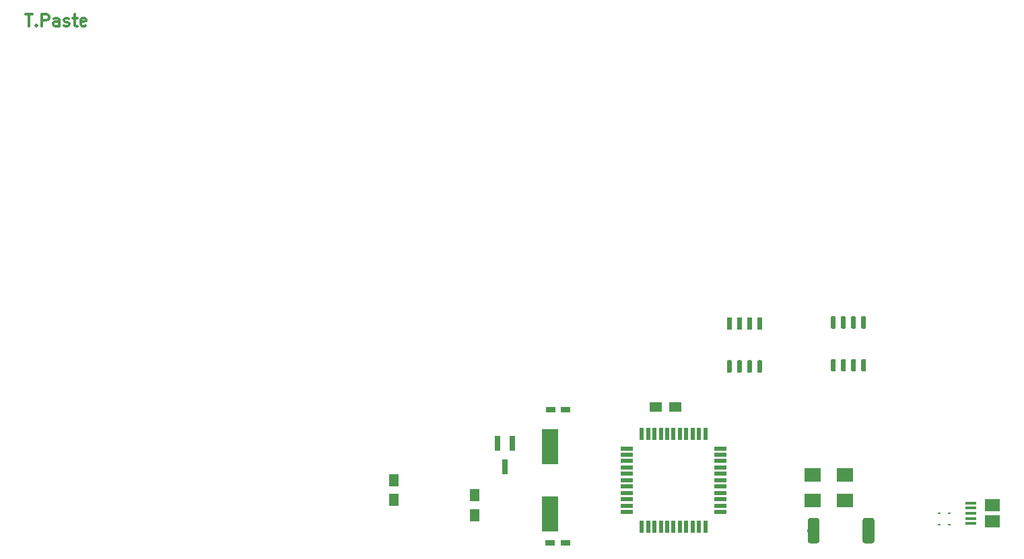
<source format=gtp>
G04 #@! TF.GenerationSoftware,KiCad,Pcbnew,(5.0.2)-1*
G04 #@! TF.CreationDate,2019-09-08T08:12:19-05:00*
G04 #@! TF.ProjectId,qrp_wattmeter,7172705f-7761-4747-946d-657465722e6b,rev?*
G04 #@! TF.SameCoordinates,Original*
G04 #@! TF.FileFunction,Paste,Top*
G04 #@! TF.FilePolarity,Positive*
%FSLAX46Y46*%
G04 Gerber Fmt 4.6, Leading zero omitted, Abs format (unit mm)*
G04 Created by KiCad (PCBNEW (5.0.2)-1) date 9/8/2019 8:12:19 AM*
%MOMM*%
%LPD*%
G01*
G04 APERTURE LIST*
%ADD10C,0.300000*%
%ADD11R,1.250000X1.500000*%
%ADD12R,1.200000X0.750000*%
%ADD13R,1.500000X1.250000*%
%ADD14R,0.360000X0.250000*%
%ADD15C,0.150000*%
%ADD16C,1.500000*%
%ADD17R,1.900000X1.500000*%
%ADD18R,1.350000X0.400000*%
%ADD19R,0.800000X1.900000*%
%ADD20R,2.000000X1.700000*%
%ADD21C,0.600000*%
%ADD22R,2.000000X4.500000*%
%ADD23R,1.600000X0.560000*%
%ADD24R,0.560000X1.600000*%
G04 APERTURE END LIST*
D10*
X67354142Y-65167771D02*
X68211285Y-65167771D01*
X67782714Y-66667771D02*
X67782714Y-65167771D01*
X68711285Y-66524914D02*
X68782714Y-66596342D01*
X68711285Y-66667771D01*
X68639857Y-66596342D01*
X68711285Y-66524914D01*
X68711285Y-66667771D01*
X69425571Y-66667771D02*
X69425571Y-65167771D01*
X69997000Y-65167771D01*
X70139857Y-65239200D01*
X70211285Y-65310628D01*
X70282714Y-65453485D01*
X70282714Y-65667771D01*
X70211285Y-65810628D01*
X70139857Y-65882057D01*
X69997000Y-65953485D01*
X69425571Y-65953485D01*
X71568428Y-66667771D02*
X71568428Y-65882057D01*
X71497000Y-65739200D01*
X71354142Y-65667771D01*
X71068428Y-65667771D01*
X70925571Y-65739200D01*
X71568428Y-66596342D02*
X71425571Y-66667771D01*
X71068428Y-66667771D01*
X70925571Y-66596342D01*
X70854142Y-66453485D01*
X70854142Y-66310628D01*
X70925571Y-66167771D01*
X71068428Y-66096342D01*
X71425571Y-66096342D01*
X71568428Y-66024914D01*
X72211285Y-66596342D02*
X72354142Y-66667771D01*
X72639857Y-66667771D01*
X72782714Y-66596342D01*
X72854142Y-66453485D01*
X72854142Y-66382057D01*
X72782714Y-66239200D01*
X72639857Y-66167771D01*
X72425571Y-66167771D01*
X72282714Y-66096342D01*
X72211285Y-65953485D01*
X72211285Y-65882057D01*
X72282714Y-65739200D01*
X72425571Y-65667771D01*
X72639857Y-65667771D01*
X72782714Y-65739200D01*
X73282714Y-65667771D02*
X73854142Y-65667771D01*
X73497000Y-65167771D02*
X73497000Y-66453485D01*
X73568428Y-66596342D01*
X73711285Y-66667771D01*
X73854142Y-66667771D01*
X74925571Y-66596342D02*
X74782714Y-66667771D01*
X74497000Y-66667771D01*
X74354142Y-66596342D01*
X74282714Y-66453485D01*
X74282714Y-65882057D01*
X74354142Y-65739200D01*
X74497000Y-65667771D01*
X74782714Y-65667771D01*
X74925571Y-65739200D01*
X74997000Y-65882057D01*
X74997000Y-66024914D01*
X74282714Y-66167771D01*
D11*
G04 #@! TO.C,C12*
X113665000Y-123825000D03*
X113665000Y-126325000D03*
G04 #@! TD*
G04 #@! TO.C,C14*
X123825000Y-125750000D03*
X123825000Y-128250000D03*
G04 #@! TD*
D12*
G04 #@! TO.C,C20*
X133350000Y-131699000D03*
X135250000Y-131699000D03*
G04 #@! TD*
G04 #@! TO.C,C21*
X135255000Y-114935000D03*
X133355000Y-114935000D03*
G04 #@! TD*
D13*
G04 #@! TO.C,C23*
X149098000Y-114579400D03*
X146598000Y-114579400D03*
G04 #@! TD*
D14*
G04 #@! TO.C,D9*
X183480000Y-129413000D03*
X182280000Y-129413000D03*
G04 #@! TD*
G04 #@! TO.C,D10*
X182280000Y-128016000D03*
X183480000Y-128016000D03*
G04 #@! TD*
D15*
G04 #@! TO.C,F1*
G36*
X173766756Y-128576806D02*
X173803159Y-128582206D01*
X173838857Y-128591147D01*
X173873506Y-128603545D01*
X173906774Y-128619280D01*
X173938339Y-128638199D01*
X173967897Y-128660121D01*
X173995165Y-128684835D01*
X174019879Y-128712103D01*
X174041801Y-128741661D01*
X174060720Y-128773226D01*
X174076455Y-128806494D01*
X174088853Y-128841143D01*
X174097794Y-128876841D01*
X174103194Y-128913244D01*
X174105000Y-128950000D01*
X174105000Y-131400000D01*
X174103194Y-131436756D01*
X174097794Y-131473159D01*
X174088853Y-131508857D01*
X174076455Y-131543506D01*
X174060720Y-131576774D01*
X174041801Y-131608339D01*
X174019879Y-131637897D01*
X173995165Y-131665165D01*
X173967897Y-131689879D01*
X173938339Y-131711801D01*
X173906774Y-131730720D01*
X173873506Y-131746455D01*
X173838857Y-131758853D01*
X173803159Y-131767794D01*
X173766756Y-131773194D01*
X173730000Y-131775000D01*
X172980000Y-131775000D01*
X172943244Y-131773194D01*
X172906841Y-131767794D01*
X172871143Y-131758853D01*
X172836494Y-131746455D01*
X172803226Y-131730720D01*
X172771661Y-131711801D01*
X172742103Y-131689879D01*
X172714835Y-131665165D01*
X172690121Y-131637897D01*
X172668199Y-131608339D01*
X172649280Y-131576774D01*
X172633545Y-131543506D01*
X172621147Y-131508857D01*
X172612206Y-131473159D01*
X172606806Y-131436756D01*
X172605000Y-131400000D01*
X172605000Y-128950000D01*
X172606806Y-128913244D01*
X172612206Y-128876841D01*
X172621147Y-128841143D01*
X172633545Y-128806494D01*
X172649280Y-128773226D01*
X172668199Y-128741661D01*
X172690121Y-128712103D01*
X172714835Y-128684835D01*
X172742103Y-128660121D01*
X172771661Y-128638199D01*
X172803226Y-128619280D01*
X172836494Y-128603545D01*
X172871143Y-128591147D01*
X172906841Y-128582206D01*
X172943244Y-128576806D01*
X172980000Y-128575000D01*
X173730000Y-128575000D01*
X173766756Y-128576806D01*
X173766756Y-128576806D01*
G37*
D16*
X173355000Y-130175000D03*
D15*
G36*
X166866756Y-128576806D02*
X166903159Y-128582206D01*
X166938857Y-128591147D01*
X166973506Y-128603545D01*
X167006774Y-128619280D01*
X167038339Y-128638199D01*
X167067897Y-128660121D01*
X167095165Y-128684835D01*
X167119879Y-128712103D01*
X167141801Y-128741661D01*
X167160720Y-128773226D01*
X167176455Y-128806494D01*
X167188853Y-128841143D01*
X167197794Y-128876841D01*
X167203194Y-128913244D01*
X167205000Y-128950000D01*
X167205000Y-131400000D01*
X167203194Y-131436756D01*
X167197794Y-131473159D01*
X167188853Y-131508857D01*
X167176455Y-131543506D01*
X167160720Y-131576774D01*
X167141801Y-131608339D01*
X167119879Y-131637897D01*
X167095165Y-131665165D01*
X167067897Y-131689879D01*
X167038339Y-131711801D01*
X167006774Y-131730720D01*
X166973506Y-131746455D01*
X166938857Y-131758853D01*
X166903159Y-131767794D01*
X166866756Y-131773194D01*
X166830000Y-131775000D01*
X166080000Y-131775000D01*
X166043244Y-131773194D01*
X166006841Y-131767794D01*
X165971143Y-131758853D01*
X165936494Y-131746455D01*
X165903226Y-131730720D01*
X165871661Y-131711801D01*
X165842103Y-131689879D01*
X165814835Y-131665165D01*
X165790121Y-131637897D01*
X165768199Y-131608339D01*
X165749280Y-131576774D01*
X165733545Y-131543506D01*
X165721147Y-131508857D01*
X165712206Y-131473159D01*
X165706806Y-131436756D01*
X165705000Y-131400000D01*
X165705000Y-128950000D01*
X165706806Y-128913244D01*
X165712206Y-128876841D01*
X165721147Y-128841143D01*
X165733545Y-128806494D01*
X165749280Y-128773226D01*
X165768199Y-128741661D01*
X165790121Y-128712103D01*
X165814835Y-128684835D01*
X165842103Y-128660121D01*
X165871661Y-128638199D01*
X165903226Y-128619280D01*
X165936494Y-128603545D01*
X165971143Y-128591147D01*
X166006841Y-128582206D01*
X166043244Y-128576806D01*
X166080000Y-128575000D01*
X166830000Y-128575000D01*
X166866756Y-128576806D01*
X166866756Y-128576806D01*
G37*
D16*
X166455000Y-130175000D03*
G04 #@! TD*
D17*
G04 #@! TO.C,J4*
X188945000Y-129000000D03*
D18*
X186245000Y-128000000D03*
X186245000Y-127350000D03*
X186245000Y-126700000D03*
X186245000Y-129300000D03*
X186245000Y-128650000D03*
D17*
X188945000Y-127000000D03*
G04 #@! TD*
D19*
G04 #@! TO.C,Q4*
X127635000Y-122150000D03*
X126685000Y-119150000D03*
X128585000Y-119150000D03*
G04 #@! TD*
D20*
G04 #@! TO.C,R18*
X170370000Y-123190000D03*
X166370000Y-123190000D03*
G04 #@! TD*
G04 #@! TO.C,R19*
X166370000Y-126365000D03*
X170370000Y-126365000D03*
G04 #@! TD*
D15*
G04 #@! TO.C,U1*
G36*
X172917703Y-103205722D02*
X172932264Y-103207882D01*
X172946543Y-103211459D01*
X172960403Y-103216418D01*
X172973710Y-103222712D01*
X172986336Y-103230280D01*
X172998159Y-103239048D01*
X173009066Y-103248934D01*
X173018952Y-103259841D01*
X173027720Y-103271664D01*
X173035288Y-103284290D01*
X173041582Y-103297597D01*
X173046541Y-103311457D01*
X173050118Y-103325736D01*
X173052278Y-103340297D01*
X173053000Y-103355000D01*
X173053000Y-104605000D01*
X173052278Y-104619703D01*
X173050118Y-104634264D01*
X173046541Y-104648543D01*
X173041582Y-104662403D01*
X173035288Y-104675710D01*
X173027720Y-104688336D01*
X173018952Y-104700159D01*
X173009066Y-104711066D01*
X172998159Y-104720952D01*
X172986336Y-104729720D01*
X172973710Y-104737288D01*
X172960403Y-104743582D01*
X172946543Y-104748541D01*
X172932264Y-104752118D01*
X172917703Y-104754278D01*
X172903000Y-104755000D01*
X172603000Y-104755000D01*
X172588297Y-104754278D01*
X172573736Y-104752118D01*
X172559457Y-104748541D01*
X172545597Y-104743582D01*
X172532290Y-104737288D01*
X172519664Y-104729720D01*
X172507841Y-104720952D01*
X172496934Y-104711066D01*
X172487048Y-104700159D01*
X172478280Y-104688336D01*
X172470712Y-104675710D01*
X172464418Y-104662403D01*
X172459459Y-104648543D01*
X172455882Y-104634264D01*
X172453722Y-104619703D01*
X172453000Y-104605000D01*
X172453000Y-103355000D01*
X172453722Y-103340297D01*
X172455882Y-103325736D01*
X172459459Y-103311457D01*
X172464418Y-103297597D01*
X172470712Y-103284290D01*
X172478280Y-103271664D01*
X172487048Y-103259841D01*
X172496934Y-103248934D01*
X172507841Y-103239048D01*
X172519664Y-103230280D01*
X172532290Y-103222712D01*
X172545597Y-103216418D01*
X172559457Y-103211459D01*
X172573736Y-103207882D01*
X172588297Y-103205722D01*
X172603000Y-103205000D01*
X172903000Y-103205000D01*
X172917703Y-103205722D01*
X172917703Y-103205722D01*
G37*
D21*
X172753000Y-103980000D03*
D15*
G36*
X171647703Y-103205722D02*
X171662264Y-103207882D01*
X171676543Y-103211459D01*
X171690403Y-103216418D01*
X171703710Y-103222712D01*
X171716336Y-103230280D01*
X171728159Y-103239048D01*
X171739066Y-103248934D01*
X171748952Y-103259841D01*
X171757720Y-103271664D01*
X171765288Y-103284290D01*
X171771582Y-103297597D01*
X171776541Y-103311457D01*
X171780118Y-103325736D01*
X171782278Y-103340297D01*
X171783000Y-103355000D01*
X171783000Y-104605000D01*
X171782278Y-104619703D01*
X171780118Y-104634264D01*
X171776541Y-104648543D01*
X171771582Y-104662403D01*
X171765288Y-104675710D01*
X171757720Y-104688336D01*
X171748952Y-104700159D01*
X171739066Y-104711066D01*
X171728159Y-104720952D01*
X171716336Y-104729720D01*
X171703710Y-104737288D01*
X171690403Y-104743582D01*
X171676543Y-104748541D01*
X171662264Y-104752118D01*
X171647703Y-104754278D01*
X171633000Y-104755000D01*
X171333000Y-104755000D01*
X171318297Y-104754278D01*
X171303736Y-104752118D01*
X171289457Y-104748541D01*
X171275597Y-104743582D01*
X171262290Y-104737288D01*
X171249664Y-104729720D01*
X171237841Y-104720952D01*
X171226934Y-104711066D01*
X171217048Y-104700159D01*
X171208280Y-104688336D01*
X171200712Y-104675710D01*
X171194418Y-104662403D01*
X171189459Y-104648543D01*
X171185882Y-104634264D01*
X171183722Y-104619703D01*
X171183000Y-104605000D01*
X171183000Y-103355000D01*
X171183722Y-103340297D01*
X171185882Y-103325736D01*
X171189459Y-103311457D01*
X171194418Y-103297597D01*
X171200712Y-103284290D01*
X171208280Y-103271664D01*
X171217048Y-103259841D01*
X171226934Y-103248934D01*
X171237841Y-103239048D01*
X171249664Y-103230280D01*
X171262290Y-103222712D01*
X171275597Y-103216418D01*
X171289457Y-103211459D01*
X171303736Y-103207882D01*
X171318297Y-103205722D01*
X171333000Y-103205000D01*
X171633000Y-103205000D01*
X171647703Y-103205722D01*
X171647703Y-103205722D01*
G37*
D21*
X171483000Y-103980000D03*
D15*
G36*
X170377703Y-103205722D02*
X170392264Y-103207882D01*
X170406543Y-103211459D01*
X170420403Y-103216418D01*
X170433710Y-103222712D01*
X170446336Y-103230280D01*
X170458159Y-103239048D01*
X170469066Y-103248934D01*
X170478952Y-103259841D01*
X170487720Y-103271664D01*
X170495288Y-103284290D01*
X170501582Y-103297597D01*
X170506541Y-103311457D01*
X170510118Y-103325736D01*
X170512278Y-103340297D01*
X170513000Y-103355000D01*
X170513000Y-104605000D01*
X170512278Y-104619703D01*
X170510118Y-104634264D01*
X170506541Y-104648543D01*
X170501582Y-104662403D01*
X170495288Y-104675710D01*
X170487720Y-104688336D01*
X170478952Y-104700159D01*
X170469066Y-104711066D01*
X170458159Y-104720952D01*
X170446336Y-104729720D01*
X170433710Y-104737288D01*
X170420403Y-104743582D01*
X170406543Y-104748541D01*
X170392264Y-104752118D01*
X170377703Y-104754278D01*
X170363000Y-104755000D01*
X170063000Y-104755000D01*
X170048297Y-104754278D01*
X170033736Y-104752118D01*
X170019457Y-104748541D01*
X170005597Y-104743582D01*
X169992290Y-104737288D01*
X169979664Y-104729720D01*
X169967841Y-104720952D01*
X169956934Y-104711066D01*
X169947048Y-104700159D01*
X169938280Y-104688336D01*
X169930712Y-104675710D01*
X169924418Y-104662403D01*
X169919459Y-104648543D01*
X169915882Y-104634264D01*
X169913722Y-104619703D01*
X169913000Y-104605000D01*
X169913000Y-103355000D01*
X169913722Y-103340297D01*
X169915882Y-103325736D01*
X169919459Y-103311457D01*
X169924418Y-103297597D01*
X169930712Y-103284290D01*
X169938280Y-103271664D01*
X169947048Y-103259841D01*
X169956934Y-103248934D01*
X169967841Y-103239048D01*
X169979664Y-103230280D01*
X169992290Y-103222712D01*
X170005597Y-103216418D01*
X170019457Y-103211459D01*
X170033736Y-103207882D01*
X170048297Y-103205722D01*
X170063000Y-103205000D01*
X170363000Y-103205000D01*
X170377703Y-103205722D01*
X170377703Y-103205722D01*
G37*
D21*
X170213000Y-103980000D03*
D15*
G36*
X169107703Y-103205722D02*
X169122264Y-103207882D01*
X169136543Y-103211459D01*
X169150403Y-103216418D01*
X169163710Y-103222712D01*
X169176336Y-103230280D01*
X169188159Y-103239048D01*
X169199066Y-103248934D01*
X169208952Y-103259841D01*
X169217720Y-103271664D01*
X169225288Y-103284290D01*
X169231582Y-103297597D01*
X169236541Y-103311457D01*
X169240118Y-103325736D01*
X169242278Y-103340297D01*
X169243000Y-103355000D01*
X169243000Y-104605000D01*
X169242278Y-104619703D01*
X169240118Y-104634264D01*
X169236541Y-104648543D01*
X169231582Y-104662403D01*
X169225288Y-104675710D01*
X169217720Y-104688336D01*
X169208952Y-104700159D01*
X169199066Y-104711066D01*
X169188159Y-104720952D01*
X169176336Y-104729720D01*
X169163710Y-104737288D01*
X169150403Y-104743582D01*
X169136543Y-104748541D01*
X169122264Y-104752118D01*
X169107703Y-104754278D01*
X169093000Y-104755000D01*
X168793000Y-104755000D01*
X168778297Y-104754278D01*
X168763736Y-104752118D01*
X168749457Y-104748541D01*
X168735597Y-104743582D01*
X168722290Y-104737288D01*
X168709664Y-104729720D01*
X168697841Y-104720952D01*
X168686934Y-104711066D01*
X168677048Y-104700159D01*
X168668280Y-104688336D01*
X168660712Y-104675710D01*
X168654418Y-104662403D01*
X168649459Y-104648543D01*
X168645882Y-104634264D01*
X168643722Y-104619703D01*
X168643000Y-104605000D01*
X168643000Y-103355000D01*
X168643722Y-103340297D01*
X168645882Y-103325736D01*
X168649459Y-103311457D01*
X168654418Y-103297597D01*
X168660712Y-103284290D01*
X168668280Y-103271664D01*
X168677048Y-103259841D01*
X168686934Y-103248934D01*
X168697841Y-103239048D01*
X168709664Y-103230280D01*
X168722290Y-103222712D01*
X168735597Y-103216418D01*
X168749457Y-103211459D01*
X168763736Y-103207882D01*
X168778297Y-103205722D01*
X168793000Y-103205000D01*
X169093000Y-103205000D01*
X169107703Y-103205722D01*
X169107703Y-103205722D01*
G37*
D21*
X168943000Y-103980000D03*
D15*
G36*
X169107703Y-108605722D02*
X169122264Y-108607882D01*
X169136543Y-108611459D01*
X169150403Y-108616418D01*
X169163710Y-108622712D01*
X169176336Y-108630280D01*
X169188159Y-108639048D01*
X169199066Y-108648934D01*
X169208952Y-108659841D01*
X169217720Y-108671664D01*
X169225288Y-108684290D01*
X169231582Y-108697597D01*
X169236541Y-108711457D01*
X169240118Y-108725736D01*
X169242278Y-108740297D01*
X169243000Y-108755000D01*
X169243000Y-110005000D01*
X169242278Y-110019703D01*
X169240118Y-110034264D01*
X169236541Y-110048543D01*
X169231582Y-110062403D01*
X169225288Y-110075710D01*
X169217720Y-110088336D01*
X169208952Y-110100159D01*
X169199066Y-110111066D01*
X169188159Y-110120952D01*
X169176336Y-110129720D01*
X169163710Y-110137288D01*
X169150403Y-110143582D01*
X169136543Y-110148541D01*
X169122264Y-110152118D01*
X169107703Y-110154278D01*
X169093000Y-110155000D01*
X168793000Y-110155000D01*
X168778297Y-110154278D01*
X168763736Y-110152118D01*
X168749457Y-110148541D01*
X168735597Y-110143582D01*
X168722290Y-110137288D01*
X168709664Y-110129720D01*
X168697841Y-110120952D01*
X168686934Y-110111066D01*
X168677048Y-110100159D01*
X168668280Y-110088336D01*
X168660712Y-110075710D01*
X168654418Y-110062403D01*
X168649459Y-110048543D01*
X168645882Y-110034264D01*
X168643722Y-110019703D01*
X168643000Y-110005000D01*
X168643000Y-108755000D01*
X168643722Y-108740297D01*
X168645882Y-108725736D01*
X168649459Y-108711457D01*
X168654418Y-108697597D01*
X168660712Y-108684290D01*
X168668280Y-108671664D01*
X168677048Y-108659841D01*
X168686934Y-108648934D01*
X168697841Y-108639048D01*
X168709664Y-108630280D01*
X168722290Y-108622712D01*
X168735597Y-108616418D01*
X168749457Y-108611459D01*
X168763736Y-108607882D01*
X168778297Y-108605722D01*
X168793000Y-108605000D01*
X169093000Y-108605000D01*
X169107703Y-108605722D01*
X169107703Y-108605722D01*
G37*
D21*
X168943000Y-109380000D03*
D15*
G36*
X170377703Y-108605722D02*
X170392264Y-108607882D01*
X170406543Y-108611459D01*
X170420403Y-108616418D01*
X170433710Y-108622712D01*
X170446336Y-108630280D01*
X170458159Y-108639048D01*
X170469066Y-108648934D01*
X170478952Y-108659841D01*
X170487720Y-108671664D01*
X170495288Y-108684290D01*
X170501582Y-108697597D01*
X170506541Y-108711457D01*
X170510118Y-108725736D01*
X170512278Y-108740297D01*
X170513000Y-108755000D01*
X170513000Y-110005000D01*
X170512278Y-110019703D01*
X170510118Y-110034264D01*
X170506541Y-110048543D01*
X170501582Y-110062403D01*
X170495288Y-110075710D01*
X170487720Y-110088336D01*
X170478952Y-110100159D01*
X170469066Y-110111066D01*
X170458159Y-110120952D01*
X170446336Y-110129720D01*
X170433710Y-110137288D01*
X170420403Y-110143582D01*
X170406543Y-110148541D01*
X170392264Y-110152118D01*
X170377703Y-110154278D01*
X170363000Y-110155000D01*
X170063000Y-110155000D01*
X170048297Y-110154278D01*
X170033736Y-110152118D01*
X170019457Y-110148541D01*
X170005597Y-110143582D01*
X169992290Y-110137288D01*
X169979664Y-110129720D01*
X169967841Y-110120952D01*
X169956934Y-110111066D01*
X169947048Y-110100159D01*
X169938280Y-110088336D01*
X169930712Y-110075710D01*
X169924418Y-110062403D01*
X169919459Y-110048543D01*
X169915882Y-110034264D01*
X169913722Y-110019703D01*
X169913000Y-110005000D01*
X169913000Y-108755000D01*
X169913722Y-108740297D01*
X169915882Y-108725736D01*
X169919459Y-108711457D01*
X169924418Y-108697597D01*
X169930712Y-108684290D01*
X169938280Y-108671664D01*
X169947048Y-108659841D01*
X169956934Y-108648934D01*
X169967841Y-108639048D01*
X169979664Y-108630280D01*
X169992290Y-108622712D01*
X170005597Y-108616418D01*
X170019457Y-108611459D01*
X170033736Y-108607882D01*
X170048297Y-108605722D01*
X170063000Y-108605000D01*
X170363000Y-108605000D01*
X170377703Y-108605722D01*
X170377703Y-108605722D01*
G37*
D21*
X170213000Y-109380000D03*
D15*
G36*
X171647703Y-108605722D02*
X171662264Y-108607882D01*
X171676543Y-108611459D01*
X171690403Y-108616418D01*
X171703710Y-108622712D01*
X171716336Y-108630280D01*
X171728159Y-108639048D01*
X171739066Y-108648934D01*
X171748952Y-108659841D01*
X171757720Y-108671664D01*
X171765288Y-108684290D01*
X171771582Y-108697597D01*
X171776541Y-108711457D01*
X171780118Y-108725736D01*
X171782278Y-108740297D01*
X171783000Y-108755000D01*
X171783000Y-110005000D01*
X171782278Y-110019703D01*
X171780118Y-110034264D01*
X171776541Y-110048543D01*
X171771582Y-110062403D01*
X171765288Y-110075710D01*
X171757720Y-110088336D01*
X171748952Y-110100159D01*
X171739066Y-110111066D01*
X171728159Y-110120952D01*
X171716336Y-110129720D01*
X171703710Y-110137288D01*
X171690403Y-110143582D01*
X171676543Y-110148541D01*
X171662264Y-110152118D01*
X171647703Y-110154278D01*
X171633000Y-110155000D01*
X171333000Y-110155000D01*
X171318297Y-110154278D01*
X171303736Y-110152118D01*
X171289457Y-110148541D01*
X171275597Y-110143582D01*
X171262290Y-110137288D01*
X171249664Y-110129720D01*
X171237841Y-110120952D01*
X171226934Y-110111066D01*
X171217048Y-110100159D01*
X171208280Y-110088336D01*
X171200712Y-110075710D01*
X171194418Y-110062403D01*
X171189459Y-110048543D01*
X171185882Y-110034264D01*
X171183722Y-110019703D01*
X171183000Y-110005000D01*
X171183000Y-108755000D01*
X171183722Y-108740297D01*
X171185882Y-108725736D01*
X171189459Y-108711457D01*
X171194418Y-108697597D01*
X171200712Y-108684290D01*
X171208280Y-108671664D01*
X171217048Y-108659841D01*
X171226934Y-108648934D01*
X171237841Y-108639048D01*
X171249664Y-108630280D01*
X171262290Y-108622712D01*
X171275597Y-108616418D01*
X171289457Y-108611459D01*
X171303736Y-108607882D01*
X171318297Y-108605722D01*
X171333000Y-108605000D01*
X171633000Y-108605000D01*
X171647703Y-108605722D01*
X171647703Y-108605722D01*
G37*
D21*
X171483000Y-109380000D03*
D15*
G36*
X172917703Y-108605722D02*
X172932264Y-108607882D01*
X172946543Y-108611459D01*
X172960403Y-108616418D01*
X172973710Y-108622712D01*
X172986336Y-108630280D01*
X172998159Y-108639048D01*
X173009066Y-108648934D01*
X173018952Y-108659841D01*
X173027720Y-108671664D01*
X173035288Y-108684290D01*
X173041582Y-108697597D01*
X173046541Y-108711457D01*
X173050118Y-108725736D01*
X173052278Y-108740297D01*
X173053000Y-108755000D01*
X173053000Y-110005000D01*
X173052278Y-110019703D01*
X173050118Y-110034264D01*
X173046541Y-110048543D01*
X173041582Y-110062403D01*
X173035288Y-110075710D01*
X173027720Y-110088336D01*
X173018952Y-110100159D01*
X173009066Y-110111066D01*
X172998159Y-110120952D01*
X172986336Y-110129720D01*
X172973710Y-110137288D01*
X172960403Y-110143582D01*
X172946543Y-110148541D01*
X172932264Y-110152118D01*
X172917703Y-110154278D01*
X172903000Y-110155000D01*
X172603000Y-110155000D01*
X172588297Y-110154278D01*
X172573736Y-110152118D01*
X172559457Y-110148541D01*
X172545597Y-110143582D01*
X172532290Y-110137288D01*
X172519664Y-110129720D01*
X172507841Y-110120952D01*
X172496934Y-110111066D01*
X172487048Y-110100159D01*
X172478280Y-110088336D01*
X172470712Y-110075710D01*
X172464418Y-110062403D01*
X172459459Y-110048543D01*
X172455882Y-110034264D01*
X172453722Y-110019703D01*
X172453000Y-110005000D01*
X172453000Y-108755000D01*
X172453722Y-108740297D01*
X172455882Y-108725736D01*
X172459459Y-108711457D01*
X172464418Y-108697597D01*
X172470712Y-108684290D01*
X172478280Y-108671664D01*
X172487048Y-108659841D01*
X172496934Y-108648934D01*
X172507841Y-108639048D01*
X172519664Y-108630280D01*
X172532290Y-108622712D01*
X172545597Y-108616418D01*
X172559457Y-108611459D01*
X172573736Y-108607882D01*
X172588297Y-108605722D01*
X172603000Y-108605000D01*
X172903000Y-108605000D01*
X172917703Y-108605722D01*
X172917703Y-108605722D01*
G37*
D21*
X172753000Y-109380000D03*
G04 #@! TD*
D15*
G04 #@! TO.C,U2*
G36*
X159836703Y-108732722D02*
X159851264Y-108734882D01*
X159865543Y-108738459D01*
X159879403Y-108743418D01*
X159892710Y-108749712D01*
X159905336Y-108757280D01*
X159917159Y-108766048D01*
X159928066Y-108775934D01*
X159937952Y-108786841D01*
X159946720Y-108798664D01*
X159954288Y-108811290D01*
X159960582Y-108824597D01*
X159965541Y-108838457D01*
X159969118Y-108852736D01*
X159971278Y-108867297D01*
X159972000Y-108882000D01*
X159972000Y-110132000D01*
X159971278Y-110146703D01*
X159969118Y-110161264D01*
X159965541Y-110175543D01*
X159960582Y-110189403D01*
X159954288Y-110202710D01*
X159946720Y-110215336D01*
X159937952Y-110227159D01*
X159928066Y-110238066D01*
X159917159Y-110247952D01*
X159905336Y-110256720D01*
X159892710Y-110264288D01*
X159879403Y-110270582D01*
X159865543Y-110275541D01*
X159851264Y-110279118D01*
X159836703Y-110281278D01*
X159822000Y-110282000D01*
X159522000Y-110282000D01*
X159507297Y-110281278D01*
X159492736Y-110279118D01*
X159478457Y-110275541D01*
X159464597Y-110270582D01*
X159451290Y-110264288D01*
X159438664Y-110256720D01*
X159426841Y-110247952D01*
X159415934Y-110238066D01*
X159406048Y-110227159D01*
X159397280Y-110215336D01*
X159389712Y-110202710D01*
X159383418Y-110189403D01*
X159378459Y-110175543D01*
X159374882Y-110161264D01*
X159372722Y-110146703D01*
X159372000Y-110132000D01*
X159372000Y-108882000D01*
X159372722Y-108867297D01*
X159374882Y-108852736D01*
X159378459Y-108838457D01*
X159383418Y-108824597D01*
X159389712Y-108811290D01*
X159397280Y-108798664D01*
X159406048Y-108786841D01*
X159415934Y-108775934D01*
X159426841Y-108766048D01*
X159438664Y-108757280D01*
X159451290Y-108749712D01*
X159464597Y-108743418D01*
X159478457Y-108738459D01*
X159492736Y-108734882D01*
X159507297Y-108732722D01*
X159522000Y-108732000D01*
X159822000Y-108732000D01*
X159836703Y-108732722D01*
X159836703Y-108732722D01*
G37*
D21*
X159672000Y-109507000D03*
D15*
G36*
X158566703Y-108732722D02*
X158581264Y-108734882D01*
X158595543Y-108738459D01*
X158609403Y-108743418D01*
X158622710Y-108749712D01*
X158635336Y-108757280D01*
X158647159Y-108766048D01*
X158658066Y-108775934D01*
X158667952Y-108786841D01*
X158676720Y-108798664D01*
X158684288Y-108811290D01*
X158690582Y-108824597D01*
X158695541Y-108838457D01*
X158699118Y-108852736D01*
X158701278Y-108867297D01*
X158702000Y-108882000D01*
X158702000Y-110132000D01*
X158701278Y-110146703D01*
X158699118Y-110161264D01*
X158695541Y-110175543D01*
X158690582Y-110189403D01*
X158684288Y-110202710D01*
X158676720Y-110215336D01*
X158667952Y-110227159D01*
X158658066Y-110238066D01*
X158647159Y-110247952D01*
X158635336Y-110256720D01*
X158622710Y-110264288D01*
X158609403Y-110270582D01*
X158595543Y-110275541D01*
X158581264Y-110279118D01*
X158566703Y-110281278D01*
X158552000Y-110282000D01*
X158252000Y-110282000D01*
X158237297Y-110281278D01*
X158222736Y-110279118D01*
X158208457Y-110275541D01*
X158194597Y-110270582D01*
X158181290Y-110264288D01*
X158168664Y-110256720D01*
X158156841Y-110247952D01*
X158145934Y-110238066D01*
X158136048Y-110227159D01*
X158127280Y-110215336D01*
X158119712Y-110202710D01*
X158113418Y-110189403D01*
X158108459Y-110175543D01*
X158104882Y-110161264D01*
X158102722Y-110146703D01*
X158102000Y-110132000D01*
X158102000Y-108882000D01*
X158102722Y-108867297D01*
X158104882Y-108852736D01*
X158108459Y-108838457D01*
X158113418Y-108824597D01*
X158119712Y-108811290D01*
X158127280Y-108798664D01*
X158136048Y-108786841D01*
X158145934Y-108775934D01*
X158156841Y-108766048D01*
X158168664Y-108757280D01*
X158181290Y-108749712D01*
X158194597Y-108743418D01*
X158208457Y-108738459D01*
X158222736Y-108734882D01*
X158237297Y-108732722D01*
X158252000Y-108732000D01*
X158552000Y-108732000D01*
X158566703Y-108732722D01*
X158566703Y-108732722D01*
G37*
D21*
X158402000Y-109507000D03*
D15*
G36*
X157296703Y-108732722D02*
X157311264Y-108734882D01*
X157325543Y-108738459D01*
X157339403Y-108743418D01*
X157352710Y-108749712D01*
X157365336Y-108757280D01*
X157377159Y-108766048D01*
X157388066Y-108775934D01*
X157397952Y-108786841D01*
X157406720Y-108798664D01*
X157414288Y-108811290D01*
X157420582Y-108824597D01*
X157425541Y-108838457D01*
X157429118Y-108852736D01*
X157431278Y-108867297D01*
X157432000Y-108882000D01*
X157432000Y-110132000D01*
X157431278Y-110146703D01*
X157429118Y-110161264D01*
X157425541Y-110175543D01*
X157420582Y-110189403D01*
X157414288Y-110202710D01*
X157406720Y-110215336D01*
X157397952Y-110227159D01*
X157388066Y-110238066D01*
X157377159Y-110247952D01*
X157365336Y-110256720D01*
X157352710Y-110264288D01*
X157339403Y-110270582D01*
X157325543Y-110275541D01*
X157311264Y-110279118D01*
X157296703Y-110281278D01*
X157282000Y-110282000D01*
X156982000Y-110282000D01*
X156967297Y-110281278D01*
X156952736Y-110279118D01*
X156938457Y-110275541D01*
X156924597Y-110270582D01*
X156911290Y-110264288D01*
X156898664Y-110256720D01*
X156886841Y-110247952D01*
X156875934Y-110238066D01*
X156866048Y-110227159D01*
X156857280Y-110215336D01*
X156849712Y-110202710D01*
X156843418Y-110189403D01*
X156838459Y-110175543D01*
X156834882Y-110161264D01*
X156832722Y-110146703D01*
X156832000Y-110132000D01*
X156832000Y-108882000D01*
X156832722Y-108867297D01*
X156834882Y-108852736D01*
X156838459Y-108838457D01*
X156843418Y-108824597D01*
X156849712Y-108811290D01*
X156857280Y-108798664D01*
X156866048Y-108786841D01*
X156875934Y-108775934D01*
X156886841Y-108766048D01*
X156898664Y-108757280D01*
X156911290Y-108749712D01*
X156924597Y-108743418D01*
X156938457Y-108738459D01*
X156952736Y-108734882D01*
X156967297Y-108732722D01*
X156982000Y-108732000D01*
X157282000Y-108732000D01*
X157296703Y-108732722D01*
X157296703Y-108732722D01*
G37*
D21*
X157132000Y-109507000D03*
D15*
G36*
X156026703Y-108732722D02*
X156041264Y-108734882D01*
X156055543Y-108738459D01*
X156069403Y-108743418D01*
X156082710Y-108749712D01*
X156095336Y-108757280D01*
X156107159Y-108766048D01*
X156118066Y-108775934D01*
X156127952Y-108786841D01*
X156136720Y-108798664D01*
X156144288Y-108811290D01*
X156150582Y-108824597D01*
X156155541Y-108838457D01*
X156159118Y-108852736D01*
X156161278Y-108867297D01*
X156162000Y-108882000D01*
X156162000Y-110132000D01*
X156161278Y-110146703D01*
X156159118Y-110161264D01*
X156155541Y-110175543D01*
X156150582Y-110189403D01*
X156144288Y-110202710D01*
X156136720Y-110215336D01*
X156127952Y-110227159D01*
X156118066Y-110238066D01*
X156107159Y-110247952D01*
X156095336Y-110256720D01*
X156082710Y-110264288D01*
X156069403Y-110270582D01*
X156055543Y-110275541D01*
X156041264Y-110279118D01*
X156026703Y-110281278D01*
X156012000Y-110282000D01*
X155712000Y-110282000D01*
X155697297Y-110281278D01*
X155682736Y-110279118D01*
X155668457Y-110275541D01*
X155654597Y-110270582D01*
X155641290Y-110264288D01*
X155628664Y-110256720D01*
X155616841Y-110247952D01*
X155605934Y-110238066D01*
X155596048Y-110227159D01*
X155587280Y-110215336D01*
X155579712Y-110202710D01*
X155573418Y-110189403D01*
X155568459Y-110175543D01*
X155564882Y-110161264D01*
X155562722Y-110146703D01*
X155562000Y-110132000D01*
X155562000Y-108882000D01*
X155562722Y-108867297D01*
X155564882Y-108852736D01*
X155568459Y-108838457D01*
X155573418Y-108824597D01*
X155579712Y-108811290D01*
X155587280Y-108798664D01*
X155596048Y-108786841D01*
X155605934Y-108775934D01*
X155616841Y-108766048D01*
X155628664Y-108757280D01*
X155641290Y-108749712D01*
X155654597Y-108743418D01*
X155668457Y-108738459D01*
X155682736Y-108734882D01*
X155697297Y-108732722D01*
X155712000Y-108732000D01*
X156012000Y-108732000D01*
X156026703Y-108732722D01*
X156026703Y-108732722D01*
G37*
D21*
X155862000Y-109507000D03*
D15*
G36*
X156026703Y-103332722D02*
X156041264Y-103334882D01*
X156055543Y-103338459D01*
X156069403Y-103343418D01*
X156082710Y-103349712D01*
X156095336Y-103357280D01*
X156107159Y-103366048D01*
X156118066Y-103375934D01*
X156127952Y-103386841D01*
X156136720Y-103398664D01*
X156144288Y-103411290D01*
X156150582Y-103424597D01*
X156155541Y-103438457D01*
X156159118Y-103452736D01*
X156161278Y-103467297D01*
X156162000Y-103482000D01*
X156162000Y-104732000D01*
X156161278Y-104746703D01*
X156159118Y-104761264D01*
X156155541Y-104775543D01*
X156150582Y-104789403D01*
X156144288Y-104802710D01*
X156136720Y-104815336D01*
X156127952Y-104827159D01*
X156118066Y-104838066D01*
X156107159Y-104847952D01*
X156095336Y-104856720D01*
X156082710Y-104864288D01*
X156069403Y-104870582D01*
X156055543Y-104875541D01*
X156041264Y-104879118D01*
X156026703Y-104881278D01*
X156012000Y-104882000D01*
X155712000Y-104882000D01*
X155697297Y-104881278D01*
X155682736Y-104879118D01*
X155668457Y-104875541D01*
X155654597Y-104870582D01*
X155641290Y-104864288D01*
X155628664Y-104856720D01*
X155616841Y-104847952D01*
X155605934Y-104838066D01*
X155596048Y-104827159D01*
X155587280Y-104815336D01*
X155579712Y-104802710D01*
X155573418Y-104789403D01*
X155568459Y-104775543D01*
X155564882Y-104761264D01*
X155562722Y-104746703D01*
X155562000Y-104732000D01*
X155562000Y-103482000D01*
X155562722Y-103467297D01*
X155564882Y-103452736D01*
X155568459Y-103438457D01*
X155573418Y-103424597D01*
X155579712Y-103411290D01*
X155587280Y-103398664D01*
X155596048Y-103386841D01*
X155605934Y-103375934D01*
X155616841Y-103366048D01*
X155628664Y-103357280D01*
X155641290Y-103349712D01*
X155654597Y-103343418D01*
X155668457Y-103338459D01*
X155682736Y-103334882D01*
X155697297Y-103332722D01*
X155712000Y-103332000D01*
X156012000Y-103332000D01*
X156026703Y-103332722D01*
X156026703Y-103332722D01*
G37*
D21*
X155862000Y-104107000D03*
D15*
G36*
X157296703Y-103332722D02*
X157311264Y-103334882D01*
X157325543Y-103338459D01*
X157339403Y-103343418D01*
X157352710Y-103349712D01*
X157365336Y-103357280D01*
X157377159Y-103366048D01*
X157388066Y-103375934D01*
X157397952Y-103386841D01*
X157406720Y-103398664D01*
X157414288Y-103411290D01*
X157420582Y-103424597D01*
X157425541Y-103438457D01*
X157429118Y-103452736D01*
X157431278Y-103467297D01*
X157432000Y-103482000D01*
X157432000Y-104732000D01*
X157431278Y-104746703D01*
X157429118Y-104761264D01*
X157425541Y-104775543D01*
X157420582Y-104789403D01*
X157414288Y-104802710D01*
X157406720Y-104815336D01*
X157397952Y-104827159D01*
X157388066Y-104838066D01*
X157377159Y-104847952D01*
X157365336Y-104856720D01*
X157352710Y-104864288D01*
X157339403Y-104870582D01*
X157325543Y-104875541D01*
X157311264Y-104879118D01*
X157296703Y-104881278D01*
X157282000Y-104882000D01*
X156982000Y-104882000D01*
X156967297Y-104881278D01*
X156952736Y-104879118D01*
X156938457Y-104875541D01*
X156924597Y-104870582D01*
X156911290Y-104864288D01*
X156898664Y-104856720D01*
X156886841Y-104847952D01*
X156875934Y-104838066D01*
X156866048Y-104827159D01*
X156857280Y-104815336D01*
X156849712Y-104802710D01*
X156843418Y-104789403D01*
X156838459Y-104775543D01*
X156834882Y-104761264D01*
X156832722Y-104746703D01*
X156832000Y-104732000D01*
X156832000Y-103482000D01*
X156832722Y-103467297D01*
X156834882Y-103452736D01*
X156838459Y-103438457D01*
X156843418Y-103424597D01*
X156849712Y-103411290D01*
X156857280Y-103398664D01*
X156866048Y-103386841D01*
X156875934Y-103375934D01*
X156886841Y-103366048D01*
X156898664Y-103357280D01*
X156911290Y-103349712D01*
X156924597Y-103343418D01*
X156938457Y-103338459D01*
X156952736Y-103334882D01*
X156967297Y-103332722D01*
X156982000Y-103332000D01*
X157282000Y-103332000D01*
X157296703Y-103332722D01*
X157296703Y-103332722D01*
G37*
D21*
X157132000Y-104107000D03*
D15*
G36*
X158566703Y-103332722D02*
X158581264Y-103334882D01*
X158595543Y-103338459D01*
X158609403Y-103343418D01*
X158622710Y-103349712D01*
X158635336Y-103357280D01*
X158647159Y-103366048D01*
X158658066Y-103375934D01*
X158667952Y-103386841D01*
X158676720Y-103398664D01*
X158684288Y-103411290D01*
X158690582Y-103424597D01*
X158695541Y-103438457D01*
X158699118Y-103452736D01*
X158701278Y-103467297D01*
X158702000Y-103482000D01*
X158702000Y-104732000D01*
X158701278Y-104746703D01*
X158699118Y-104761264D01*
X158695541Y-104775543D01*
X158690582Y-104789403D01*
X158684288Y-104802710D01*
X158676720Y-104815336D01*
X158667952Y-104827159D01*
X158658066Y-104838066D01*
X158647159Y-104847952D01*
X158635336Y-104856720D01*
X158622710Y-104864288D01*
X158609403Y-104870582D01*
X158595543Y-104875541D01*
X158581264Y-104879118D01*
X158566703Y-104881278D01*
X158552000Y-104882000D01*
X158252000Y-104882000D01*
X158237297Y-104881278D01*
X158222736Y-104879118D01*
X158208457Y-104875541D01*
X158194597Y-104870582D01*
X158181290Y-104864288D01*
X158168664Y-104856720D01*
X158156841Y-104847952D01*
X158145934Y-104838066D01*
X158136048Y-104827159D01*
X158127280Y-104815336D01*
X158119712Y-104802710D01*
X158113418Y-104789403D01*
X158108459Y-104775543D01*
X158104882Y-104761264D01*
X158102722Y-104746703D01*
X158102000Y-104732000D01*
X158102000Y-103482000D01*
X158102722Y-103467297D01*
X158104882Y-103452736D01*
X158108459Y-103438457D01*
X158113418Y-103424597D01*
X158119712Y-103411290D01*
X158127280Y-103398664D01*
X158136048Y-103386841D01*
X158145934Y-103375934D01*
X158156841Y-103366048D01*
X158168664Y-103357280D01*
X158181290Y-103349712D01*
X158194597Y-103343418D01*
X158208457Y-103338459D01*
X158222736Y-103334882D01*
X158237297Y-103332722D01*
X158252000Y-103332000D01*
X158552000Y-103332000D01*
X158566703Y-103332722D01*
X158566703Y-103332722D01*
G37*
D21*
X158402000Y-104107000D03*
D15*
G36*
X159836703Y-103332722D02*
X159851264Y-103334882D01*
X159865543Y-103338459D01*
X159879403Y-103343418D01*
X159892710Y-103349712D01*
X159905336Y-103357280D01*
X159917159Y-103366048D01*
X159928066Y-103375934D01*
X159937952Y-103386841D01*
X159946720Y-103398664D01*
X159954288Y-103411290D01*
X159960582Y-103424597D01*
X159965541Y-103438457D01*
X159969118Y-103452736D01*
X159971278Y-103467297D01*
X159972000Y-103482000D01*
X159972000Y-104732000D01*
X159971278Y-104746703D01*
X159969118Y-104761264D01*
X159965541Y-104775543D01*
X159960582Y-104789403D01*
X159954288Y-104802710D01*
X159946720Y-104815336D01*
X159937952Y-104827159D01*
X159928066Y-104838066D01*
X159917159Y-104847952D01*
X159905336Y-104856720D01*
X159892710Y-104864288D01*
X159879403Y-104870582D01*
X159865543Y-104875541D01*
X159851264Y-104879118D01*
X159836703Y-104881278D01*
X159822000Y-104882000D01*
X159522000Y-104882000D01*
X159507297Y-104881278D01*
X159492736Y-104879118D01*
X159478457Y-104875541D01*
X159464597Y-104870582D01*
X159451290Y-104864288D01*
X159438664Y-104856720D01*
X159426841Y-104847952D01*
X159415934Y-104838066D01*
X159406048Y-104827159D01*
X159397280Y-104815336D01*
X159389712Y-104802710D01*
X159383418Y-104789403D01*
X159378459Y-104775543D01*
X159374882Y-104761264D01*
X159372722Y-104746703D01*
X159372000Y-104732000D01*
X159372000Y-103482000D01*
X159372722Y-103467297D01*
X159374882Y-103452736D01*
X159378459Y-103438457D01*
X159383418Y-103424597D01*
X159389712Y-103411290D01*
X159397280Y-103398664D01*
X159406048Y-103386841D01*
X159415934Y-103375934D01*
X159426841Y-103366048D01*
X159438664Y-103357280D01*
X159451290Y-103349712D01*
X159464597Y-103343418D01*
X159478457Y-103338459D01*
X159492736Y-103334882D01*
X159507297Y-103332722D01*
X159522000Y-103332000D01*
X159822000Y-103332000D01*
X159836703Y-103332722D01*
X159836703Y-103332722D01*
G37*
D21*
X159672000Y-104107000D03*
G04 #@! TD*
D22*
G04 #@! TO.C,Y1*
X133350000Y-119575000D03*
X133350000Y-128075000D03*
G04 #@! TD*
D23*
G04 #@! TO.C,U4*
X154694000Y-119825000D03*
X154694000Y-120625000D03*
X154694000Y-121425000D03*
X154694000Y-122225000D03*
X154694000Y-123025000D03*
X154694000Y-123825000D03*
X154694000Y-124625000D03*
X154694000Y-125425000D03*
X154694000Y-126225000D03*
X154694000Y-127025000D03*
X154694000Y-127825000D03*
D24*
X152844000Y-129675000D03*
X152044000Y-129675000D03*
X151244000Y-129675000D03*
X150444000Y-129675000D03*
X149644000Y-129675000D03*
X148844000Y-129675000D03*
X148044000Y-129675000D03*
X147244000Y-129675000D03*
X146444000Y-129675000D03*
X145644000Y-129675000D03*
X144844000Y-129675000D03*
D23*
X142994000Y-127825000D03*
X142994000Y-127025000D03*
X142994000Y-126225000D03*
X142994000Y-125425000D03*
X142994000Y-124625000D03*
X142994000Y-123825000D03*
X142994000Y-123025000D03*
X142994000Y-122225000D03*
X142994000Y-121425000D03*
X142994000Y-120625000D03*
X142994000Y-119825000D03*
D24*
X144844000Y-117975000D03*
X145644000Y-117975000D03*
X146444000Y-117975000D03*
X147244000Y-117975000D03*
X148044000Y-117975000D03*
X148844000Y-117975000D03*
X149644000Y-117975000D03*
X150444000Y-117975000D03*
X151244000Y-117975000D03*
X152044000Y-117975000D03*
X152844000Y-117975000D03*
G04 #@! TD*
M02*

</source>
